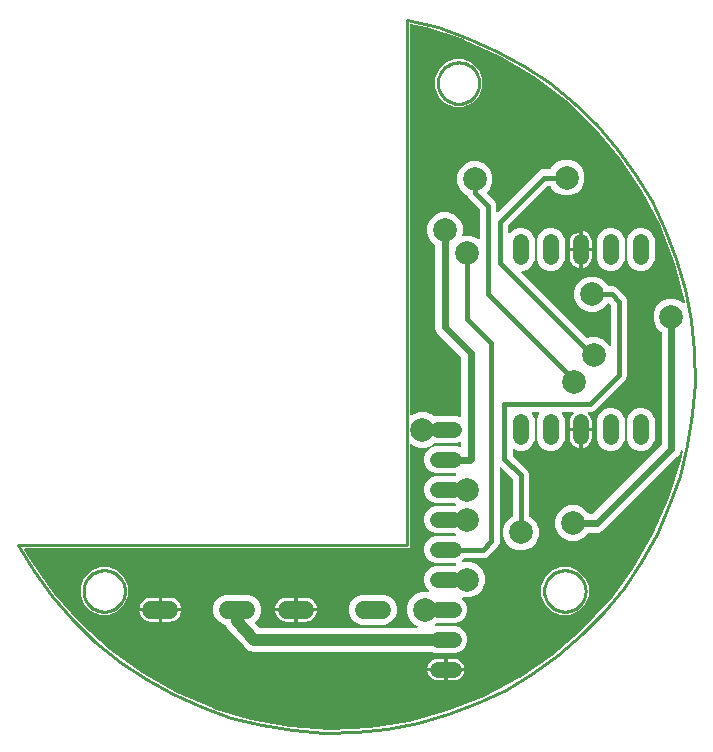
<source format=gbr>
G04 EAGLE Gerber RS-274X export*
G75*
%MOMM*%
%FSLAX34Y34*%
%LPD*%
%INTop Copper*%
%IPPOS*%
%AMOC8*
5,1,8,0,0,1.08239X$1,22.5*%
G01*
%ADD10C,1.524000*%
%ADD11C,1.320800*%
%ADD12C,2.000000*%
%ADD13C,0.609600*%
%ADD14C,0.381000*%
%ADD15C,1.016000*%
%ADD16C,0.254000*%

G36*
X354762Y14010D02*
X354762Y14010D01*
X354790Y14015D01*
X354846Y14018D01*
X388025Y19181D01*
X388053Y19190D01*
X388108Y19199D01*
X420507Y28017D01*
X420533Y28029D01*
X420588Y28044D01*
X451807Y40407D01*
X451831Y40422D01*
X451883Y40443D01*
X481535Y56199D01*
X481558Y56217D01*
X481607Y56243D01*
X509324Y75197D01*
X509345Y75217D01*
X509392Y75249D01*
X534831Y97165D01*
X534849Y97187D01*
X534892Y97224D01*
X557738Y121831D01*
X557754Y121855D01*
X557792Y121897D01*
X577762Y148891D01*
X577775Y148916D01*
X577809Y148961D01*
X594655Y178007D01*
X594666Y178034D01*
X594694Y178083D01*
X608208Y208821D01*
X608216Y208849D01*
X608238Y208900D01*
X618253Y240950D01*
X618257Y240978D01*
X618274Y241032D01*
X619651Y248134D01*
X619653Y248182D01*
X619663Y248227D01*
X619656Y248304D01*
X619659Y248380D01*
X619645Y248425D01*
X619640Y248472D01*
X619609Y248542D01*
X619587Y248616D01*
X619560Y248654D01*
X619540Y248697D01*
X619489Y248753D01*
X619444Y248816D01*
X619406Y248843D01*
X619374Y248878D01*
X619307Y248915D01*
X619245Y248960D01*
X619200Y248974D01*
X619158Y248997D01*
X619083Y249010D01*
X619010Y249033D01*
X618963Y249032D01*
X618916Y249040D01*
X618841Y249029D01*
X618764Y249028D01*
X618720Y249012D01*
X618673Y249005D01*
X618605Y248970D01*
X618533Y248944D01*
X618496Y248915D01*
X618454Y248893D01*
X618400Y248838D01*
X618340Y248791D01*
X618315Y248751D01*
X618282Y248718D01*
X618218Y248602D01*
X618207Y248584D01*
X618204Y248577D01*
X618201Y248571D01*
X617051Y245795D01*
X614658Y243402D01*
X614657Y243402D01*
X554218Y182963D01*
X551825Y180569D01*
X548837Y179331D01*
X540365Y179331D01*
X540250Y179312D01*
X540134Y179295D01*
X540128Y179293D01*
X540122Y179292D01*
X540019Y179237D01*
X539915Y179184D01*
X539910Y179179D01*
X539905Y179176D01*
X539824Y179092D01*
X539742Y179008D01*
X539739Y179002D01*
X539735Y178998D01*
X539728Y178981D01*
X539702Y178934D01*
X535443Y174675D01*
X529900Y172379D01*
X523900Y172379D01*
X518357Y174675D01*
X514115Y178917D01*
X511819Y184460D01*
X511819Y190460D01*
X514115Y196003D01*
X518357Y200245D01*
X523900Y202541D01*
X529900Y202541D01*
X535443Y200245D01*
X539715Y195972D01*
X539723Y195959D01*
X539783Y195859D01*
X539788Y195855D01*
X539791Y195850D01*
X539881Y195775D01*
X539970Y195699D01*
X539976Y195697D01*
X539981Y195693D01*
X540090Y195651D01*
X540198Y195607D01*
X540206Y195606D01*
X540210Y195605D01*
X540229Y195604D01*
X540365Y195589D01*
X543538Y195589D01*
X543628Y195603D01*
X543719Y195611D01*
X543748Y195623D01*
X543780Y195628D01*
X543861Y195671D01*
X543945Y195707D01*
X543977Y195733D01*
X543998Y195744D01*
X544020Y195767D01*
X544076Y195812D01*
X601808Y253544D01*
X601861Y253618D01*
X601921Y253687D01*
X601933Y253718D01*
X601952Y253744D01*
X601979Y253831D01*
X602013Y253916D01*
X602017Y253957D01*
X602024Y253979D01*
X602023Y254011D01*
X602031Y254082D01*
X602031Y348915D01*
X602012Y349030D01*
X601995Y349146D01*
X601993Y349152D01*
X601992Y349158D01*
X601937Y349261D01*
X601884Y349365D01*
X601879Y349370D01*
X601876Y349375D01*
X601792Y349456D01*
X601708Y349538D01*
X601702Y349541D01*
X601698Y349545D01*
X601681Y349552D01*
X601634Y349578D01*
X597375Y353837D01*
X595079Y359380D01*
X595079Y365380D01*
X597375Y370923D01*
X601617Y375165D01*
X607160Y377461D01*
X613160Y377461D01*
X618703Y375165D01*
X620296Y373572D01*
X620298Y373570D01*
X620299Y373568D01*
X620398Y373498D01*
X620495Y373428D01*
X620498Y373427D01*
X620500Y373426D01*
X620615Y373391D01*
X620731Y373356D01*
X620733Y373356D01*
X620735Y373355D01*
X620855Y373359D01*
X620976Y373362D01*
X620979Y373363D01*
X620981Y373363D01*
X621093Y373405D01*
X621207Y373447D01*
X621209Y373448D01*
X621212Y373449D01*
X621305Y373525D01*
X621399Y373600D01*
X621401Y373602D01*
X621403Y373604D01*
X621467Y373706D01*
X621532Y373807D01*
X621533Y373809D01*
X621534Y373812D01*
X621563Y373929D01*
X621593Y374046D01*
X621592Y374048D01*
X621593Y374050D01*
X621588Y374218D01*
X621544Y374518D01*
X621536Y374546D01*
X621528Y374601D01*
X613094Y407103D01*
X613082Y407129D01*
X613068Y407183D01*
X601075Y438546D01*
X601060Y438571D01*
X601040Y438624D01*
X585636Y468460D01*
X585619Y468483D01*
X585593Y468533D01*
X566969Y496472D01*
X566949Y496493D01*
X566918Y496540D01*
X545304Y522237D01*
X545282Y522256D01*
X545246Y522299D01*
X520911Y545434D01*
X520887Y545451D01*
X520846Y545489D01*
X494091Y565778D01*
X494065Y565791D01*
X494020Y565825D01*
X465176Y583015D01*
X465149Y583025D01*
X465101Y583054D01*
X434525Y596931D01*
X434497Y596939D01*
X434446Y596962D01*
X402517Y607356D01*
X402494Y607360D01*
X402456Y607373D01*
X390076Y610288D01*
X389969Y610295D01*
X389863Y610307D01*
X389847Y610304D01*
X389831Y610305D01*
X389727Y610278D01*
X389622Y610255D01*
X389608Y610247D01*
X389593Y610242D01*
X389503Y610184D01*
X389411Y610129D01*
X389401Y610116D01*
X389387Y610108D01*
X389321Y610023D01*
X389251Y609942D01*
X389245Y609927D01*
X389235Y609914D01*
X389199Y609813D01*
X389159Y609713D01*
X389157Y609694D01*
X389153Y609683D01*
X389152Y609652D01*
X389141Y609547D01*
X389141Y279446D01*
X389152Y279375D01*
X389154Y279303D01*
X389172Y279255D01*
X389180Y279203D01*
X389214Y279140D01*
X389239Y279072D01*
X389271Y279032D01*
X389296Y278986D01*
X389348Y278936D01*
X389392Y278880D01*
X389436Y278852D01*
X389474Y278816D01*
X389539Y278786D01*
X389599Y278747D01*
X389650Y278735D01*
X389697Y278713D01*
X389768Y278705D01*
X389838Y278687D01*
X389890Y278691D01*
X389941Y278686D01*
X390012Y278701D01*
X390083Y278707D01*
X390131Y278727D01*
X390182Y278738D01*
X390243Y278775D01*
X390309Y278803D01*
X390365Y278848D01*
X390393Y278864D01*
X390408Y278882D01*
X390440Y278908D01*
X390897Y279365D01*
X396440Y281661D01*
X402440Y281661D01*
X407983Y279365D01*
X408957Y278390D01*
X409052Y278322D01*
X409146Y278252D01*
X409152Y278250D01*
X409157Y278247D01*
X409268Y278212D01*
X409380Y278176D01*
X409386Y278176D01*
X409392Y278174D01*
X409509Y278177D01*
X409626Y278179D01*
X409633Y278181D01*
X409638Y278181D01*
X409655Y278187D01*
X409787Y278225D01*
X410172Y278385D01*
X428028Y278385D01*
X431299Y277030D01*
X431343Y277020D01*
X431385Y277000D01*
X431462Y276992D01*
X431538Y276974D01*
X431584Y276978D01*
X431629Y276973D01*
X431706Y276990D01*
X431783Y276997D01*
X431825Y277016D01*
X431870Y277025D01*
X431937Y277065D01*
X432008Y277097D01*
X432042Y277128D01*
X432081Y277152D01*
X432132Y277211D01*
X432189Y277263D01*
X432211Y277304D01*
X432241Y277338D01*
X432270Y277411D01*
X432307Y277479D01*
X432316Y277524D01*
X432333Y277567D01*
X432348Y277703D01*
X432351Y277721D01*
X432350Y277726D01*
X432351Y277733D01*
X432351Y327658D01*
X432337Y327748D01*
X432329Y327839D01*
X432317Y327868D01*
X432312Y327900D01*
X432269Y327981D01*
X432233Y328065D01*
X432207Y328097D01*
X432196Y328118D01*
X432173Y328140D01*
X432128Y328196D01*
X411519Y348805D01*
X410281Y351793D01*
X410281Y422495D01*
X410262Y422610D01*
X410245Y422726D01*
X410243Y422732D01*
X410242Y422738D01*
X410187Y422841D01*
X410134Y422945D01*
X410129Y422950D01*
X410126Y422955D01*
X410042Y423036D01*
X409958Y423118D01*
X409952Y423121D01*
X409948Y423125D01*
X409931Y423132D01*
X409884Y423158D01*
X405625Y427417D01*
X403329Y432960D01*
X403329Y438960D01*
X405625Y444503D01*
X409867Y448745D01*
X415410Y451041D01*
X421410Y451041D01*
X426953Y448745D01*
X431195Y444503D01*
X433491Y438960D01*
X433491Y432960D01*
X432993Y431760D01*
X432977Y431690D01*
X432951Y431623D01*
X432949Y431571D01*
X432937Y431520D01*
X432944Y431449D01*
X432941Y431377D01*
X432956Y431327D01*
X432960Y431275D01*
X432990Y431210D01*
X433010Y431141D01*
X433039Y431098D01*
X433060Y431051D01*
X433109Y430998D01*
X433150Y430939D01*
X433191Y430908D01*
X433227Y430870D01*
X433290Y430835D01*
X433347Y430792D01*
X433397Y430776D01*
X433442Y430751D01*
X433513Y430738D01*
X433581Y430716D01*
X433633Y430717D01*
X433684Y430707D01*
X433755Y430718D01*
X433827Y430718D01*
X433896Y430738D01*
X433928Y430743D01*
X433949Y430754D01*
X433988Y430765D01*
X434460Y430961D01*
X440460Y430961D01*
X446003Y428665D01*
X446715Y427953D01*
X446773Y427911D01*
X446825Y427861D01*
X446872Y427839D01*
X446914Y427809D01*
X446983Y427788D01*
X447048Y427758D01*
X447100Y427752D01*
X447150Y427737D01*
X447221Y427739D01*
X447292Y427731D01*
X447343Y427742D01*
X447395Y427743D01*
X447463Y427768D01*
X447533Y427783D01*
X447578Y427810D01*
X447626Y427828D01*
X447682Y427872D01*
X447744Y427909D01*
X447778Y427949D01*
X447818Y427981D01*
X447857Y428042D01*
X447904Y428096D01*
X447923Y428144D01*
X447951Y428188D01*
X447969Y428258D01*
X447996Y428324D01*
X448004Y428395D01*
X448012Y428427D01*
X448010Y428450D01*
X448014Y428491D01*
X448014Y452741D01*
X448000Y452831D01*
X447992Y452922D01*
X447980Y452952D01*
X447975Y452984D01*
X447932Y453065D01*
X447896Y453148D01*
X447870Y453181D01*
X447859Y453201D01*
X447836Y453223D01*
X447791Y453279D01*
X437648Y463423D01*
X437010Y464963D01*
X436962Y465040D01*
X436921Y465122D01*
X436897Y465144D01*
X436880Y465172D01*
X436810Y465230D01*
X436745Y465294D01*
X436709Y465314D01*
X436691Y465329D01*
X436661Y465340D01*
X436598Y465375D01*
X435027Y466025D01*
X430785Y470267D01*
X428489Y475810D01*
X428489Y481810D01*
X430785Y487353D01*
X435027Y491595D01*
X440570Y493891D01*
X446570Y493891D01*
X452113Y491595D01*
X456355Y487353D01*
X458651Y481810D01*
X458651Y475810D01*
X456355Y470267D01*
X453997Y467909D01*
X453985Y467893D01*
X453969Y467881D01*
X453913Y467793D01*
X453853Y467709D01*
X453847Y467691D01*
X453836Y467674D01*
X453811Y467573D01*
X453781Y467474D01*
X453781Y467454D01*
X453776Y467435D01*
X453784Y467332D01*
X453787Y467229D01*
X453794Y467210D01*
X453796Y467190D01*
X453836Y467095D01*
X453872Y466998D01*
X453884Y466982D01*
X453892Y466964D01*
X453997Y466833D01*
X460922Y459907D01*
X461986Y457340D01*
X461986Y451403D01*
X461997Y451332D01*
X461999Y451260D01*
X462017Y451211D01*
X462025Y451160D01*
X462059Y451097D01*
X462084Y451029D01*
X462116Y450989D01*
X462141Y450943D01*
X462193Y450893D01*
X462237Y450837D01*
X462281Y450809D01*
X462319Y450773D01*
X462384Y450743D01*
X462444Y450704D01*
X462495Y450692D01*
X462542Y450670D01*
X462613Y450662D01*
X462683Y450644D01*
X462735Y450648D01*
X462786Y450643D01*
X462857Y450658D01*
X462928Y450663D01*
X462976Y450684D01*
X463027Y450695D01*
X463088Y450732D01*
X463154Y450760D01*
X463210Y450805D01*
X463238Y450821D01*
X463253Y450839D01*
X463285Y450865D01*
X498423Y486002D01*
X500990Y487066D01*
X507492Y487066D01*
X507606Y487085D01*
X507723Y487102D01*
X507728Y487104D01*
X507734Y487105D01*
X507837Y487160D01*
X507942Y487213D01*
X507946Y487218D01*
X507952Y487221D01*
X508032Y487305D01*
X508114Y487389D01*
X508118Y487395D01*
X508121Y487399D01*
X508129Y487416D01*
X508195Y487536D01*
X508645Y488623D01*
X512887Y492865D01*
X518430Y495161D01*
X524430Y495161D01*
X529973Y492865D01*
X534215Y488623D01*
X536511Y483080D01*
X536511Y477080D01*
X534215Y471537D01*
X529973Y467295D01*
X524430Y464999D01*
X518430Y464999D01*
X512887Y467295D01*
X508645Y471537D01*
X508195Y472624D01*
X508133Y472724D01*
X508073Y472824D01*
X508069Y472828D01*
X508065Y472833D01*
X507975Y472908D01*
X507887Y472984D01*
X507881Y472986D01*
X507876Y472990D01*
X507767Y473032D01*
X507658Y473076D01*
X507651Y473077D01*
X507646Y473078D01*
X507628Y473079D01*
X507492Y473094D01*
X505589Y473094D01*
X505499Y473080D01*
X505408Y473072D01*
X505378Y473060D01*
X505346Y473055D01*
X505265Y473012D01*
X505182Y472976D01*
X505149Y472950D01*
X505129Y472939D01*
X505107Y472916D01*
X505051Y472871D01*
X472209Y440029D01*
X472156Y439955D01*
X472096Y439886D01*
X472084Y439856D01*
X472065Y439830D01*
X472038Y439743D01*
X472004Y439658D01*
X472000Y439617D01*
X471993Y439595D01*
X471994Y439562D01*
X471986Y439491D01*
X471986Y433452D01*
X471997Y433382D01*
X471999Y433310D01*
X472017Y433261D01*
X472025Y433209D01*
X472059Y433146D01*
X472084Y433079D01*
X472116Y433038D01*
X472141Y432992D01*
X472193Y432943D01*
X472237Y432887D01*
X472281Y432859D01*
X472319Y432823D01*
X472384Y432793D01*
X472444Y432754D01*
X472495Y432741D01*
X472542Y432719D01*
X472613Y432711D01*
X472683Y432694D01*
X472735Y432698D01*
X472786Y432692D01*
X472857Y432707D01*
X472928Y432713D01*
X472976Y432733D01*
X473027Y432744D01*
X473088Y432781D01*
X473154Y432809D01*
X473210Y432854D01*
X473238Y432870D01*
X473253Y432888D01*
X473285Y432914D01*
X475981Y435610D01*
X480276Y437389D01*
X484924Y437389D01*
X489219Y435610D01*
X492506Y432323D01*
X494285Y428028D01*
X494285Y410172D01*
X492506Y405877D01*
X489219Y402590D01*
X484924Y400811D01*
X483926Y400811D01*
X483855Y400800D01*
X483783Y400798D01*
X483734Y400780D01*
X483683Y400772D01*
X483620Y400738D01*
X483552Y400713D01*
X483512Y400681D01*
X483466Y400656D01*
X483416Y400605D01*
X483360Y400560D01*
X483332Y400516D01*
X483296Y400478D01*
X483266Y400413D01*
X483227Y400353D01*
X483215Y400302D01*
X483193Y400255D01*
X483185Y400184D01*
X483167Y400114D01*
X483171Y400062D01*
X483166Y400011D01*
X483181Y399940D01*
X483186Y399869D01*
X483207Y399821D01*
X483218Y399770D01*
X483255Y399709D01*
X483283Y399643D01*
X483328Y399587D01*
X483344Y399559D01*
X483352Y399553D01*
X483353Y399550D01*
X483365Y399540D01*
X483388Y399512D01*
X538716Y344184D01*
X538810Y344116D01*
X538904Y344046D01*
X538910Y344044D01*
X538915Y344040D01*
X539026Y344006D01*
X539138Y343969D01*
X539145Y343970D01*
X539151Y343968D01*
X539267Y343971D01*
X539384Y343972D01*
X539391Y343974D01*
X539396Y343974D01*
X539414Y343980D01*
X539545Y344019D01*
X541530Y344841D01*
X547530Y344841D01*
X553073Y342545D01*
X557315Y338303D01*
X557430Y338025D01*
X557481Y337942D01*
X557527Y337856D01*
X557546Y337838D01*
X557559Y337816D01*
X557634Y337754D01*
X557705Y337687D01*
X557729Y337676D01*
X557749Y337659D01*
X557840Y337624D01*
X557928Y337583D01*
X557954Y337580D01*
X557978Y337571D01*
X558076Y337567D01*
X558172Y337556D01*
X558198Y337562D01*
X558224Y337561D01*
X558318Y337588D01*
X558413Y337609D01*
X558435Y337622D01*
X558460Y337629D01*
X558540Y337685D01*
X558624Y337735D01*
X558641Y337755D01*
X558662Y337769D01*
X558721Y337848D01*
X558784Y337922D01*
X558794Y337946D01*
X558809Y337967D01*
X558839Y338059D01*
X558876Y338150D01*
X558879Y338182D01*
X558885Y338201D01*
X558885Y338234D01*
X558894Y338316D01*
X558894Y371631D01*
X558880Y371721D01*
X558872Y371812D01*
X558860Y371842D01*
X558855Y371874D01*
X558812Y371955D01*
X558776Y372038D01*
X558750Y372071D01*
X558739Y372091D01*
X558716Y372113D01*
X558671Y372169D01*
X557310Y373531D01*
X557273Y373557D01*
X557242Y373591D01*
X557173Y373629D01*
X557110Y373674D01*
X557066Y373688D01*
X557026Y373710D01*
X556949Y373724D01*
X556875Y373747D01*
X556829Y373745D01*
X556784Y373754D01*
X556707Y373742D01*
X556629Y373740D01*
X556586Y373724D01*
X556541Y373718D01*
X556471Y373683D01*
X556398Y373656D01*
X556362Y373627D01*
X556322Y373606D01*
X556267Y373551D01*
X556206Y373502D01*
X556181Y373463D01*
X556149Y373431D01*
X556083Y373311D01*
X556073Y373295D01*
X556072Y373290D01*
X556068Y373284D01*
X555805Y372647D01*
X551563Y368405D01*
X546020Y366109D01*
X540020Y366109D01*
X534477Y368405D01*
X530235Y372647D01*
X527939Y378190D01*
X527939Y384190D01*
X530235Y389733D01*
X534477Y393975D01*
X540020Y396271D01*
X546020Y396271D01*
X551563Y393975D01*
X555805Y389733D01*
X556255Y388646D01*
X556317Y388546D01*
X556377Y388446D01*
X556381Y388442D01*
X556385Y388437D01*
X556475Y388362D01*
X556563Y388286D01*
X556569Y388284D01*
X556574Y388280D01*
X556683Y388238D01*
X556792Y388194D01*
X556799Y388193D01*
X556804Y388192D01*
X556822Y388191D01*
X556958Y388176D01*
X560920Y388176D01*
X563487Y387112D01*
X569730Y380869D01*
X571802Y378797D01*
X572866Y376230D01*
X572866Y311760D01*
X571802Y309193D01*
X544977Y282368D01*
X542410Y281304D01*
X540170Y281304D01*
X540099Y281293D01*
X540028Y281291D01*
X539979Y281273D01*
X539927Y281265D01*
X539864Y281231D01*
X539797Y281206D01*
X539756Y281174D01*
X539710Y281149D01*
X539661Y281097D01*
X539605Y281053D01*
X539577Y281009D01*
X539541Y280971D01*
X539510Y280906D01*
X539472Y280846D01*
X539459Y280795D01*
X539437Y280748D01*
X539429Y280677D01*
X539412Y280607D01*
X539416Y280555D01*
X539410Y280504D01*
X539425Y280433D01*
X539431Y280362D01*
X539451Y280314D01*
X539462Y280263D01*
X539499Y280202D01*
X539527Y280136D01*
X539572Y280080D01*
X539588Y280052D01*
X539604Y280039D01*
X539607Y280034D01*
X539613Y280029D01*
X539632Y280005D01*
X540503Y279134D01*
X541504Y277636D01*
X542193Y275971D01*
X542545Y274205D01*
X542545Y268223D01*
X534162Y268223D01*
X534142Y268220D01*
X534123Y268222D01*
X534021Y268200D01*
X533919Y268183D01*
X533902Y268174D01*
X533882Y268170D01*
X533793Y268117D01*
X533702Y268068D01*
X533688Y268054D01*
X533671Y268044D01*
X533604Y267965D01*
X533533Y267890D01*
X533524Y267872D01*
X533511Y267857D01*
X533473Y267761D01*
X533429Y267667D01*
X533427Y267647D01*
X533419Y267629D01*
X533401Y267462D01*
X533401Y266699D01*
X533399Y266699D01*
X533399Y267462D01*
X533396Y267482D01*
X533398Y267501D01*
X533376Y267603D01*
X533359Y267705D01*
X533350Y267722D01*
X533346Y267742D01*
X533293Y267831D01*
X533244Y267922D01*
X533230Y267936D01*
X533220Y267953D01*
X533141Y268020D01*
X533066Y268091D01*
X533048Y268100D01*
X533033Y268113D01*
X532937Y268152D01*
X532843Y268195D01*
X532823Y268197D01*
X532805Y268205D01*
X532638Y268223D01*
X524255Y268223D01*
X524255Y274205D01*
X524607Y275971D01*
X525296Y277636D01*
X526297Y279134D01*
X527168Y280005D01*
X527210Y280063D01*
X527259Y280115D01*
X527281Y280162D01*
X527312Y280204D01*
X527333Y280273D01*
X527363Y280338D01*
X527369Y280390D01*
X527384Y280440D01*
X527382Y280511D01*
X527390Y280582D01*
X527379Y280633D01*
X527378Y280685D01*
X527353Y280753D01*
X527338Y280823D01*
X527311Y280868D01*
X527293Y280916D01*
X527248Y280972D01*
X527212Y281034D01*
X527172Y281068D01*
X527140Y281108D01*
X527079Y281147D01*
X527025Y281194D01*
X526976Y281213D01*
X526933Y281241D01*
X526863Y281259D01*
X526797Y281286D01*
X526725Y281294D01*
X526694Y281302D01*
X526671Y281300D01*
X526630Y281304D01*
X518362Y281304D01*
X518291Y281293D01*
X518220Y281291D01*
X518171Y281273D01*
X518119Y281265D01*
X518056Y281231D01*
X517989Y281206D01*
X517948Y281174D01*
X517902Y281149D01*
X517853Y281097D01*
X517797Y281053D01*
X517769Y281009D01*
X517733Y280971D01*
X517703Y280906D01*
X517664Y280846D01*
X517651Y280795D01*
X517629Y280748D01*
X517621Y280677D01*
X517604Y280607D01*
X517608Y280555D01*
X517602Y280504D01*
X517617Y280433D01*
X517623Y280362D01*
X517643Y280314D01*
X517654Y280263D01*
X517691Y280202D01*
X517719Y280136D01*
X517764Y280080D01*
X517780Y280052D01*
X517796Y280039D01*
X517799Y280034D01*
X517805Y280029D01*
X517824Y280005D01*
X517906Y279923D01*
X519685Y275628D01*
X519685Y257772D01*
X517906Y253477D01*
X514619Y250190D01*
X510324Y248411D01*
X505676Y248411D01*
X501381Y250190D01*
X498094Y253477D01*
X496315Y257772D01*
X496315Y275628D01*
X498094Y279923D01*
X498176Y280005D01*
X498218Y280063D01*
X498267Y280115D01*
X498289Y280162D01*
X498320Y280204D01*
X498341Y280273D01*
X498371Y280338D01*
X498377Y280390D01*
X498392Y280439D01*
X498390Y280511D01*
X498398Y280582D01*
X498387Y280633D01*
X498386Y280685D01*
X498361Y280753D01*
X498346Y280823D01*
X498319Y280868D01*
X498301Y280916D01*
X498256Y280972D01*
X498220Y281034D01*
X498180Y281068D01*
X498147Y281108D01*
X498087Y281147D01*
X498033Y281194D01*
X497984Y281213D01*
X497941Y281241D01*
X497871Y281259D01*
X497804Y281286D01*
X497733Y281294D01*
X497702Y281302D01*
X497679Y281300D01*
X497638Y281304D01*
X492962Y281304D01*
X492891Y281293D01*
X492820Y281291D01*
X492771Y281273D01*
X492719Y281265D01*
X492656Y281231D01*
X492589Y281206D01*
X492548Y281174D01*
X492502Y281149D01*
X492453Y281097D01*
X492397Y281053D01*
X492369Y281009D01*
X492333Y280971D01*
X492303Y280906D01*
X492264Y280846D01*
X492251Y280795D01*
X492229Y280748D01*
X492221Y280677D01*
X492204Y280607D01*
X492208Y280555D01*
X492202Y280504D01*
X492217Y280433D01*
X492223Y280362D01*
X492243Y280314D01*
X492254Y280263D01*
X492291Y280202D01*
X492319Y280136D01*
X492364Y280080D01*
X492380Y280052D01*
X492396Y280039D01*
X492399Y280034D01*
X492405Y280029D01*
X492424Y280005D01*
X492506Y279923D01*
X494285Y275628D01*
X494285Y257772D01*
X492506Y253477D01*
X489219Y250190D01*
X484924Y248411D01*
X480276Y248411D01*
X476848Y249831D01*
X476804Y249841D01*
X476762Y249861D01*
X476685Y249869D01*
X476609Y249887D01*
X476563Y249883D01*
X476518Y249888D01*
X476441Y249871D01*
X476364Y249864D01*
X476322Y249845D01*
X476277Y249836D01*
X476210Y249796D01*
X476139Y249764D01*
X476105Y249733D01*
X476066Y249709D01*
X476015Y249650D01*
X475958Y249598D01*
X475936Y249557D01*
X475906Y249523D01*
X475877Y249450D01*
X475840Y249382D01*
X475831Y249337D01*
X475814Y249294D01*
X475799Y249158D01*
X475796Y249140D01*
X475797Y249135D01*
X475796Y249128D01*
X475796Y245039D01*
X475810Y244949D01*
X475818Y244858D01*
X475830Y244828D01*
X475835Y244796D01*
X475878Y244715D01*
X475914Y244632D01*
X475940Y244599D01*
X475951Y244579D01*
X475974Y244557D01*
X476019Y244501D01*
X488702Y231817D01*
X489766Y229250D01*
X489766Y193538D01*
X489785Y193424D01*
X489802Y193307D01*
X489804Y193302D01*
X489805Y193296D01*
X489860Y193193D01*
X489913Y193088D01*
X489918Y193084D01*
X489921Y193078D01*
X490005Y192998D01*
X490089Y192916D01*
X490095Y192912D01*
X490099Y192909D01*
X490116Y192901D01*
X490236Y192835D01*
X491323Y192385D01*
X495565Y188143D01*
X497861Y182600D01*
X497861Y176600D01*
X495565Y171057D01*
X491323Y166815D01*
X485780Y164519D01*
X479780Y164519D01*
X474237Y166815D01*
X469995Y171057D01*
X467699Y176600D01*
X467699Y182600D01*
X469995Y188143D01*
X474237Y192385D01*
X475324Y192835D01*
X475424Y192897D01*
X475524Y192957D01*
X475528Y192961D01*
X475533Y192965D01*
X475608Y193055D01*
X475684Y193143D01*
X475686Y193149D01*
X475690Y193154D01*
X475732Y193263D01*
X475776Y193372D01*
X475777Y193379D01*
X475778Y193384D01*
X475779Y193402D01*
X475794Y193538D01*
X475794Y224651D01*
X475780Y224741D01*
X475772Y224832D01*
X475760Y224862D01*
X475755Y224894D01*
X475712Y224975D01*
X475676Y225058D01*
X475650Y225091D01*
X475639Y225111D01*
X475616Y225133D01*
X475571Y225189D01*
X466065Y234695D01*
X466007Y234737D01*
X465955Y234787D01*
X465908Y234809D01*
X465866Y234839D01*
X465797Y234860D01*
X465732Y234890D01*
X465680Y234896D01*
X465630Y234911D01*
X465559Y234909D01*
X465488Y234917D01*
X465437Y234906D01*
X465385Y234905D01*
X465317Y234880D01*
X465247Y234865D01*
X465202Y234838D01*
X465154Y234821D01*
X465098Y234776D01*
X465036Y234739D01*
X465002Y234699D01*
X464962Y234667D01*
X464923Y234607D01*
X464876Y234552D01*
X464857Y234504D01*
X464829Y234460D01*
X464811Y234390D01*
X464784Y234324D01*
X464776Y234253D01*
X464768Y234221D01*
X464770Y234198D01*
X464766Y234157D01*
X464766Y170640D01*
X463702Y168073D01*
X454807Y159178D01*
X452240Y158114D01*
X435558Y158114D01*
X435468Y158100D01*
X435377Y158092D01*
X435347Y158080D01*
X435316Y158075D01*
X435235Y158032D01*
X435151Y157996D01*
X435119Y157970D01*
X435098Y157959D01*
X435076Y157936D01*
X435020Y157891D01*
X433209Y156080D01*
X433167Y156022D01*
X433118Y155970D01*
X433096Y155923D01*
X433065Y155881D01*
X433044Y155812D01*
X433014Y155747D01*
X433008Y155695D01*
X432993Y155645D01*
X432995Y155574D01*
X432987Y155503D01*
X432998Y155452D01*
X432999Y155400D01*
X433024Y155332D01*
X433039Y155262D01*
X433066Y155218D01*
X433084Y155169D01*
X433129Y155113D01*
X433165Y155051D01*
X433205Y155017D01*
X433238Y154977D01*
X433298Y154938D01*
X433352Y154891D01*
X433401Y154872D01*
X433444Y154844D01*
X433514Y154826D01*
X433581Y154799D01*
X433652Y154791D01*
X433683Y154783D01*
X433706Y154785D01*
X433747Y154781D01*
X439880Y154781D01*
X445423Y152485D01*
X449665Y148243D01*
X451961Y142700D01*
X451961Y136700D01*
X449665Y131157D01*
X445423Y126915D01*
X439880Y124619D01*
X433747Y124619D01*
X433677Y124608D01*
X433605Y124606D01*
X433556Y124588D01*
X433504Y124580D01*
X433441Y124546D01*
X433374Y124521D01*
X433333Y124489D01*
X433287Y124464D01*
X433238Y124412D01*
X433182Y124368D01*
X433154Y124324D01*
X433118Y124286D01*
X433088Y124221D01*
X433049Y124161D01*
X433036Y124110D01*
X433014Y124063D01*
X433006Y123992D01*
X432989Y123922D01*
X432993Y123870D01*
X432987Y123819D01*
X433002Y123748D01*
X433008Y123677D01*
X433028Y123629D01*
X433039Y123578D01*
X433076Y123517D01*
X433104Y123451D01*
X433149Y123395D01*
X433165Y123367D01*
X433183Y123352D01*
X433209Y123320D01*
X435610Y120919D01*
X437389Y116624D01*
X437389Y111976D01*
X435610Y107681D01*
X432323Y104394D01*
X428028Y102615D01*
X411278Y102615D01*
X411188Y102601D01*
X411097Y102593D01*
X411067Y102581D01*
X411035Y102576D01*
X410955Y102533D01*
X410871Y102497D01*
X410838Y102471D01*
X410818Y102460D01*
X410796Y102437D01*
X410740Y102392D01*
X410232Y101884D01*
X410190Y101826D01*
X410140Y101774D01*
X410118Y101727D01*
X410088Y101685D01*
X410067Y101616D01*
X410037Y101551D01*
X410031Y101499D01*
X410016Y101449D01*
X410018Y101378D01*
X410010Y101307D01*
X410021Y101256D01*
X410022Y101204D01*
X410047Y101136D01*
X410062Y101066D01*
X410089Y101021D01*
X410107Y100973D01*
X410151Y100917D01*
X410188Y100855D01*
X410228Y100821D01*
X410260Y100781D01*
X410320Y100742D01*
X410375Y100695D01*
X410423Y100676D01*
X410467Y100648D01*
X410537Y100630D01*
X410603Y100603D01*
X410675Y100595D01*
X410706Y100587D01*
X410729Y100589D01*
X410770Y100585D01*
X428028Y100585D01*
X432323Y98806D01*
X435610Y95519D01*
X437389Y91224D01*
X437389Y86576D01*
X435610Y82281D01*
X432323Y78994D01*
X428028Y77215D01*
X410172Y77215D01*
X406632Y78681D01*
X406569Y78696D01*
X406508Y78721D01*
X406425Y78730D01*
X406393Y78737D01*
X406374Y78736D01*
X406341Y78739D01*
X258836Y78739D01*
X258786Y78731D01*
X258734Y78732D01*
X258619Y78704D01*
X258593Y78700D01*
X258585Y78695D01*
X258572Y78692D01*
X258512Y78670D01*
X256700Y78739D01*
X256688Y78737D01*
X256671Y78739D01*
X254858Y78739D01*
X254799Y78764D01*
X254749Y78775D01*
X254702Y78796D01*
X254585Y78814D01*
X254559Y78820D01*
X254550Y78819D01*
X254536Y78821D01*
X254473Y78824D01*
X252825Y79581D01*
X252814Y79584D01*
X252798Y79592D01*
X251123Y80286D01*
X251078Y80331D01*
X251036Y80361D01*
X251001Y80398D01*
X250900Y80459D01*
X250878Y80475D01*
X250870Y80478D01*
X250858Y80485D01*
X250799Y80511D01*
X249567Y81841D01*
X249558Y81848D01*
X249547Y81862D01*
X248265Y83144D01*
X248240Y83203D01*
X248214Y83247D01*
X248195Y83295D01*
X248125Y83390D01*
X248111Y83412D01*
X248104Y83418D01*
X248096Y83430D01*
X235201Y97346D01*
X235192Y97353D01*
X235180Y97367D01*
X233898Y98649D01*
X233874Y98708D01*
X233847Y98751D01*
X233829Y98799D01*
X233758Y98894D01*
X233744Y98917D01*
X233737Y98923D01*
X233729Y98934D01*
X233685Y98981D01*
X233056Y100681D01*
X233050Y100691D01*
X233045Y100708D01*
X232861Y101153D01*
X232813Y101230D01*
X232772Y101312D01*
X232748Y101334D01*
X232731Y101362D01*
X232661Y101420D01*
X232596Y101484D01*
X232560Y101504D01*
X232542Y101519D01*
X232512Y101530D01*
X232449Y101565D01*
X227698Y103533D01*
X224125Y107106D01*
X222191Y111774D01*
X222191Y116826D01*
X224125Y121494D01*
X227698Y125067D01*
X232366Y127001D01*
X252658Y127001D01*
X257326Y125067D01*
X260899Y121494D01*
X262833Y116826D01*
X262833Y111774D01*
X260899Y107106D01*
X257764Y103971D01*
X257761Y103967D01*
X257757Y103963D01*
X257689Y103866D01*
X257621Y103771D01*
X257619Y103766D01*
X257616Y103762D01*
X257583Y103649D01*
X257548Y103536D01*
X257549Y103531D01*
X257547Y103526D01*
X257552Y103408D01*
X257555Y103290D01*
X257557Y103285D01*
X257557Y103280D01*
X257599Y103170D01*
X257639Y103059D01*
X257643Y103055D01*
X257645Y103050D01*
X257744Y102915D01*
X261090Y99305D01*
X261173Y99240D01*
X261253Y99171D01*
X261270Y99164D01*
X261284Y99154D01*
X261383Y99119D01*
X261482Y99079D01*
X261503Y99077D01*
X261516Y99072D01*
X261547Y99072D01*
X261648Y99061D01*
X394876Y99061D01*
X394972Y99076D01*
X395069Y99086D01*
X395093Y99096D01*
X395119Y99100D01*
X395205Y99146D01*
X395294Y99186D01*
X395313Y99203D01*
X395336Y99216D01*
X395403Y99286D01*
X395475Y99352D01*
X395487Y99375D01*
X395505Y99394D01*
X395546Y99482D01*
X395593Y99568D01*
X395598Y99593D01*
X395609Y99617D01*
X395620Y99714D01*
X395637Y99810D01*
X395633Y99836D01*
X395636Y99861D01*
X395615Y99957D01*
X395601Y100053D01*
X395589Y100076D01*
X395584Y100102D01*
X395534Y100185D01*
X395490Y100272D01*
X395471Y100291D01*
X395458Y100313D01*
X395384Y100376D01*
X395314Y100444D01*
X395286Y100460D01*
X395271Y100473D01*
X395240Y100485D01*
X395167Y100525D01*
X392777Y101515D01*
X388535Y105757D01*
X386239Y111300D01*
X386239Y117300D01*
X388535Y122843D01*
X392777Y127085D01*
X398320Y129381D01*
X404453Y129381D01*
X404523Y129392D01*
X404595Y129394D01*
X404644Y129412D01*
X404696Y129420D01*
X404759Y129454D01*
X404826Y129479D01*
X404867Y129511D01*
X404913Y129536D01*
X404962Y129588D01*
X405018Y129632D01*
X405046Y129676D01*
X405082Y129714D01*
X405112Y129779D01*
X405151Y129839D01*
X405164Y129890D01*
X405186Y129937D01*
X405194Y130008D01*
X405211Y130078D01*
X405207Y130130D01*
X405213Y130181D01*
X405198Y130252D01*
X405192Y130323D01*
X405172Y130371D01*
X405161Y130422D01*
X405124Y130483D01*
X405096Y130549D01*
X405051Y130605D01*
X405035Y130633D01*
X405017Y130648D01*
X404991Y130680D01*
X402590Y133081D01*
X400811Y137376D01*
X400811Y142024D01*
X402590Y146319D01*
X405877Y149606D01*
X410172Y151385D01*
X426922Y151385D01*
X427012Y151399D01*
X427103Y151407D01*
X427133Y151419D01*
X427165Y151424D01*
X427245Y151467D01*
X427329Y151503D01*
X427362Y151529D01*
X427382Y151540D01*
X427404Y151563D01*
X427460Y151608D01*
X427968Y152116D01*
X428010Y152174D01*
X428060Y152226D01*
X428082Y152273D01*
X428112Y152315D01*
X428133Y152384D01*
X428163Y152449D01*
X428169Y152501D01*
X428184Y152551D01*
X428182Y152622D01*
X428190Y152693D01*
X428179Y152744D01*
X428178Y152796D01*
X428153Y152864D01*
X428138Y152934D01*
X428111Y152979D01*
X428093Y153027D01*
X428049Y153083D01*
X428012Y153145D01*
X427972Y153179D01*
X427940Y153219D01*
X427880Y153258D01*
X427825Y153305D01*
X427777Y153324D01*
X427733Y153352D01*
X427663Y153370D01*
X427597Y153397D01*
X427525Y153405D01*
X427494Y153413D01*
X427471Y153411D01*
X427430Y153415D01*
X410172Y153415D01*
X405877Y155194D01*
X402590Y158481D01*
X400811Y162776D01*
X400811Y167424D01*
X402590Y171719D01*
X405877Y175006D01*
X410172Y176785D01*
X427430Y176785D01*
X427501Y176796D01*
X427573Y176798D01*
X427621Y176816D01*
X427673Y176824D01*
X427736Y176858D01*
X427804Y176883D01*
X427844Y176915D01*
X427890Y176940D01*
X427940Y176992D01*
X427996Y177036D01*
X428024Y177080D01*
X428060Y177118D01*
X428090Y177183D01*
X428129Y177243D01*
X428141Y177294D01*
X428163Y177341D01*
X428171Y177412D01*
X428189Y177482D01*
X428185Y177534D01*
X428190Y177585D01*
X428175Y177656D01*
X428169Y177727D01*
X428149Y177775D01*
X428138Y177826D01*
X428101Y177887D01*
X428073Y177953D01*
X428028Y178009D01*
X428012Y178037D01*
X427994Y178052D01*
X427968Y178084D01*
X427460Y178592D01*
X427386Y178646D01*
X427317Y178705D01*
X427287Y178717D01*
X427261Y178736D01*
X427173Y178763D01*
X427089Y178797D01*
X427048Y178801D01*
X427025Y178808D01*
X426993Y178807D01*
X426922Y178815D01*
X410172Y178815D01*
X405877Y180594D01*
X402590Y183881D01*
X400811Y188176D01*
X400811Y192824D01*
X402590Y197119D01*
X405877Y200406D01*
X410172Y202185D01*
X426922Y202185D01*
X427012Y202199D01*
X427103Y202207D01*
X427133Y202219D01*
X427165Y202224D01*
X427245Y202267D01*
X427329Y202303D01*
X427361Y202329D01*
X427382Y202340D01*
X427404Y202363D01*
X427460Y202408D01*
X427714Y202662D01*
X427726Y202678D01*
X427742Y202690D01*
X427797Y202777D01*
X427858Y202861D01*
X427864Y202880D01*
X427875Y202897D01*
X427900Y202998D01*
X427930Y203096D01*
X427930Y203116D01*
X427935Y203136D01*
X427927Y203239D01*
X427924Y203342D01*
X427917Y203361D01*
X427915Y203381D01*
X427875Y203476D01*
X427839Y203573D01*
X427827Y203589D01*
X427819Y203607D01*
X427714Y203738D01*
X427460Y203992D01*
X427386Y204045D01*
X427317Y204105D01*
X427287Y204117D01*
X427261Y204136D01*
X427174Y204163D01*
X427089Y204197D01*
X427048Y204201D01*
X427025Y204208D01*
X426993Y204207D01*
X426922Y204215D01*
X410172Y204215D01*
X405877Y205994D01*
X402590Y209281D01*
X400811Y213576D01*
X400811Y218224D01*
X402590Y222519D01*
X405877Y225806D01*
X410172Y227585D01*
X426922Y227585D01*
X427012Y227599D01*
X427103Y227607D01*
X427133Y227619D01*
X427165Y227624D01*
X427245Y227667D01*
X427329Y227703D01*
X427362Y227729D01*
X427382Y227740D01*
X427404Y227763D01*
X427460Y227808D01*
X427968Y228316D01*
X428010Y228374D01*
X428060Y228426D01*
X428082Y228473D01*
X428112Y228515D01*
X428133Y228584D01*
X428163Y228649D01*
X428169Y228701D01*
X428184Y228751D01*
X428182Y228822D01*
X428190Y228893D01*
X428179Y228944D01*
X428178Y228996D01*
X428153Y229064D01*
X428138Y229134D01*
X428111Y229179D01*
X428093Y229227D01*
X428049Y229283D01*
X428012Y229345D01*
X427972Y229379D01*
X427940Y229419D01*
X427880Y229458D01*
X427825Y229505D01*
X427777Y229524D01*
X427733Y229552D01*
X427663Y229570D01*
X427597Y229597D01*
X427525Y229605D01*
X427494Y229613D01*
X427471Y229611D01*
X427430Y229615D01*
X410172Y229615D01*
X405877Y231394D01*
X402590Y234681D01*
X400811Y238976D01*
X400811Y243624D01*
X402590Y247919D01*
X405877Y251206D01*
X410172Y252985D01*
X428028Y252985D01*
X431299Y251630D01*
X431343Y251620D01*
X431385Y251600D01*
X431462Y251592D01*
X431538Y251574D01*
X431584Y251578D01*
X431629Y251573D01*
X431706Y251590D01*
X431783Y251597D01*
X431825Y251616D01*
X431870Y251625D01*
X431937Y251665D01*
X432008Y251697D01*
X432042Y251728D01*
X432081Y251752D01*
X432132Y251811D01*
X432189Y251863D01*
X432211Y251904D01*
X432241Y251938D01*
X432270Y252011D01*
X432307Y252079D01*
X432316Y252124D01*
X432333Y252167D01*
X432348Y252303D01*
X432351Y252321D01*
X432350Y252326D01*
X432351Y252333D01*
X432351Y255667D01*
X432344Y255712D01*
X432346Y255758D01*
X432324Y255833D01*
X432312Y255909D01*
X432290Y255950D01*
X432277Y255994D01*
X432233Y256058D01*
X432196Y256127D01*
X432163Y256158D01*
X432137Y256196D01*
X432074Y256243D01*
X432018Y256296D01*
X431976Y256315D01*
X431940Y256343D01*
X431866Y256367D01*
X431795Y256400D01*
X431749Y256405D01*
X431706Y256419D01*
X431628Y256418D01*
X431551Y256427D01*
X431506Y256417D01*
X431460Y256417D01*
X431328Y256379D01*
X431310Y256375D01*
X431306Y256372D01*
X431299Y256370D01*
X428028Y255015D01*
X410172Y255015D01*
X409956Y255104D01*
X409843Y255131D01*
X409729Y255160D01*
X409723Y255159D01*
X409717Y255161D01*
X409601Y255150D01*
X409484Y255141D01*
X409478Y255138D01*
X409472Y255138D01*
X409365Y255090D01*
X409258Y255044D01*
X409252Y255040D01*
X409247Y255038D01*
X409234Y255025D01*
X409127Y254939D01*
X407983Y253795D01*
X402440Y251499D01*
X396440Y251499D01*
X390897Y253795D01*
X390440Y254252D01*
X390382Y254294D01*
X390330Y254344D01*
X390283Y254366D01*
X390241Y254396D01*
X390172Y254417D01*
X390107Y254447D01*
X390055Y254453D01*
X390005Y254468D01*
X389934Y254466D01*
X389863Y254474D01*
X389812Y254463D01*
X389760Y254462D01*
X389692Y254437D01*
X389622Y254422D01*
X389577Y254395D01*
X389529Y254377D01*
X389473Y254333D01*
X389411Y254296D01*
X389377Y254256D01*
X389337Y254224D01*
X389298Y254164D01*
X389251Y254109D01*
X389232Y254060D01*
X389204Y254017D01*
X389186Y253947D01*
X389159Y253881D01*
X389151Y253809D01*
X389143Y253778D01*
X389145Y253755D01*
X389141Y253714D01*
X389141Y167648D01*
X387652Y166159D01*
X63126Y166159D01*
X63030Y166144D01*
X62933Y166135D01*
X62909Y166124D01*
X62883Y166120D01*
X62797Y166074D01*
X62708Y166035D01*
X62689Y166017D01*
X62666Y166004D01*
X62599Y165934D01*
X62527Y165869D01*
X62514Y165845D01*
X62496Y165826D01*
X62455Y165738D01*
X62408Y165653D01*
X62404Y165627D01*
X62393Y165603D01*
X62382Y165506D01*
X62365Y165411D01*
X62368Y165385D01*
X62365Y165359D01*
X62386Y165264D01*
X62400Y165168D01*
X62414Y165137D01*
X62418Y165118D01*
X62435Y165090D01*
X62468Y165014D01*
X68081Y155393D01*
X68096Y155375D01*
X68115Y155340D01*
X87396Y127849D01*
X87416Y127828D01*
X87449Y127782D01*
X109665Y102605D01*
X109687Y102586D01*
X109724Y102544D01*
X134601Y79991D01*
X134625Y79975D01*
X134666Y79938D01*
X161895Y60289D01*
X161921Y60276D01*
X161966Y60243D01*
X191210Y43741D01*
X191237Y43731D01*
X191286Y43704D01*
X222182Y30554D01*
X222210Y30547D01*
X222261Y30525D01*
X254427Y20890D01*
X254456Y20887D01*
X254510Y20870D01*
X287547Y14869D01*
X287576Y14869D01*
X287631Y14859D01*
X321131Y12566D01*
X321159Y12569D01*
X321215Y12565D01*
X354762Y14010D01*
G37*
%LPC*%
G36*
X426014Y539959D02*
X426014Y539959D01*
X418648Y543010D01*
X413010Y548648D01*
X409959Y556014D01*
X409959Y563986D01*
X413010Y571352D01*
X418648Y576990D01*
X426014Y580041D01*
X433986Y580041D01*
X441352Y576990D01*
X446990Y571352D01*
X450041Y563986D01*
X450041Y556014D01*
X446990Y548648D01*
X441352Y543010D01*
X433986Y539959D01*
X426014Y539959D01*
G37*
%LPD*%
%LPC*%
G36*
X516014Y109959D02*
X516014Y109959D01*
X508648Y113010D01*
X503010Y118648D01*
X499959Y126014D01*
X499959Y133986D01*
X503010Y141352D01*
X508648Y146990D01*
X516014Y150041D01*
X523986Y150041D01*
X531352Y146990D01*
X536990Y141352D01*
X540041Y133986D01*
X540041Y126014D01*
X536990Y118648D01*
X531352Y113010D01*
X523986Y109959D01*
X516014Y109959D01*
G37*
%LPD*%
%LPC*%
G36*
X126014Y109959D02*
X126014Y109959D01*
X118648Y113010D01*
X113010Y118648D01*
X109959Y126014D01*
X109959Y133986D01*
X113010Y141352D01*
X118648Y146990D01*
X126014Y150041D01*
X133986Y150041D01*
X141352Y146990D01*
X146990Y141352D01*
X150041Y133986D01*
X150041Y126014D01*
X146990Y118648D01*
X141352Y113010D01*
X133986Y109959D01*
X126014Y109959D01*
G37*
%LPD*%
%LPC*%
G36*
X347366Y101599D02*
X347366Y101599D01*
X342698Y103533D01*
X339125Y107106D01*
X337191Y111774D01*
X337191Y116826D01*
X339125Y121494D01*
X342698Y125067D01*
X347366Y127001D01*
X367658Y127001D01*
X372326Y125067D01*
X375899Y121494D01*
X377833Y116826D01*
X377833Y111774D01*
X375899Y107106D01*
X372326Y103533D01*
X367658Y101599D01*
X347366Y101599D01*
G37*
%LPD*%
%LPC*%
G36*
X556476Y400811D02*
X556476Y400811D01*
X552181Y402590D01*
X548894Y405877D01*
X547115Y410172D01*
X547115Y428028D01*
X548894Y432323D01*
X552181Y435610D01*
X556476Y437389D01*
X561124Y437389D01*
X565419Y435610D01*
X568706Y432323D01*
X570485Y428028D01*
X570485Y410172D01*
X568706Y405877D01*
X565419Y402590D01*
X561124Y400811D01*
X556476Y400811D01*
G37*
%LPD*%
%LPC*%
G36*
X581876Y400811D02*
X581876Y400811D01*
X577581Y402590D01*
X574294Y405877D01*
X572515Y410172D01*
X572515Y428028D01*
X574294Y432323D01*
X577581Y435610D01*
X581876Y437389D01*
X586524Y437389D01*
X590819Y435610D01*
X594106Y432323D01*
X595885Y428028D01*
X595885Y410172D01*
X594106Y405877D01*
X590819Y402590D01*
X586524Y400811D01*
X581876Y400811D01*
G37*
%LPD*%
%LPC*%
G36*
X505676Y400811D02*
X505676Y400811D01*
X501381Y402590D01*
X498094Y405877D01*
X496315Y410172D01*
X496315Y428028D01*
X498094Y432323D01*
X501381Y435610D01*
X505676Y437389D01*
X510324Y437389D01*
X514619Y435610D01*
X517906Y432323D01*
X519685Y428028D01*
X519685Y410172D01*
X517906Y405877D01*
X514619Y402590D01*
X510324Y400811D01*
X505676Y400811D01*
G37*
%LPD*%
%LPC*%
G36*
X581876Y248411D02*
X581876Y248411D01*
X577581Y250190D01*
X574294Y253477D01*
X572515Y257772D01*
X572515Y275628D01*
X574294Y279923D01*
X577581Y283210D01*
X581876Y284989D01*
X586524Y284989D01*
X590819Y283210D01*
X594106Y279923D01*
X595885Y275628D01*
X595885Y257772D01*
X594106Y253477D01*
X590819Y250190D01*
X586524Y248411D01*
X581876Y248411D01*
G37*
%LPD*%
%LPC*%
G36*
X556476Y248411D02*
X556476Y248411D01*
X552181Y250190D01*
X548894Y253477D01*
X547115Y257772D01*
X547115Y275628D01*
X548894Y279923D01*
X552181Y283210D01*
X556476Y284989D01*
X561124Y284989D01*
X565419Y283210D01*
X568706Y279923D01*
X570485Y275628D01*
X570485Y257772D01*
X568706Y253477D01*
X565419Y250190D01*
X561124Y248411D01*
X556476Y248411D01*
G37*
%LPD*%
%LPC*%
G36*
X179011Y115823D02*
X179011Y115823D01*
X179011Y124461D01*
X185908Y124461D01*
X187487Y124211D01*
X189008Y123716D01*
X190433Y122990D01*
X191727Y122050D01*
X192858Y120919D01*
X193798Y119625D01*
X194524Y118200D01*
X195019Y116679D01*
X195154Y115823D01*
X179011Y115823D01*
G37*
%LPD*%
%LPC*%
G36*
X294011Y115823D02*
X294011Y115823D01*
X294011Y124461D01*
X300908Y124461D01*
X302487Y124211D01*
X304008Y123716D01*
X305433Y122990D01*
X306727Y122050D01*
X307858Y120919D01*
X308798Y119625D01*
X309524Y118200D01*
X310019Y116679D01*
X310154Y115823D01*
X294011Y115823D01*
G37*
%LPD*%
%LPC*%
G36*
X274822Y115823D02*
X274822Y115823D01*
X274957Y116679D01*
X275452Y118200D01*
X276178Y119625D01*
X277118Y120919D01*
X278249Y122050D01*
X279543Y122990D01*
X280968Y123716D01*
X282489Y124211D01*
X284068Y124461D01*
X290965Y124461D01*
X290965Y115823D01*
X274822Y115823D01*
G37*
%LPD*%
%LPC*%
G36*
X159822Y115823D02*
X159822Y115823D01*
X159957Y116679D01*
X160452Y118200D01*
X161178Y119625D01*
X162118Y120919D01*
X163249Y122050D01*
X164543Y122990D01*
X165968Y123716D01*
X167489Y124211D01*
X169068Y124461D01*
X175965Y124461D01*
X175965Y115823D01*
X159822Y115823D01*
G37*
%LPD*%
%LPC*%
G36*
X294011Y104139D02*
X294011Y104139D01*
X294011Y112777D01*
X310154Y112777D01*
X310019Y111921D01*
X309524Y110400D01*
X308798Y108975D01*
X307858Y107681D01*
X306727Y106550D01*
X305433Y105610D01*
X304008Y104884D01*
X302487Y104389D01*
X300908Y104139D01*
X294011Y104139D01*
G37*
%LPD*%
%LPC*%
G36*
X179011Y104139D02*
X179011Y104139D01*
X179011Y112777D01*
X195154Y112777D01*
X195019Y111921D01*
X194524Y110400D01*
X193798Y108975D01*
X192858Y107681D01*
X191727Y106550D01*
X190433Y105610D01*
X189008Y104884D01*
X187487Y104389D01*
X185908Y104139D01*
X179011Y104139D01*
G37*
%LPD*%
%LPC*%
G36*
X284068Y104139D02*
X284068Y104139D01*
X282489Y104389D01*
X280968Y104884D01*
X279543Y105610D01*
X278249Y106550D01*
X277118Y107681D01*
X276178Y108975D01*
X275452Y110400D01*
X274957Y111921D01*
X274822Y112777D01*
X290965Y112777D01*
X290965Y104139D01*
X284068Y104139D01*
G37*
%LPD*%
%LPC*%
G36*
X169068Y104139D02*
X169068Y104139D01*
X167489Y104389D01*
X165968Y104884D01*
X164543Y105610D01*
X163249Y106550D01*
X162118Y107681D01*
X161178Y108975D01*
X160452Y110400D01*
X159957Y111921D01*
X159822Y112777D01*
X175965Y112777D01*
X175965Y104139D01*
X169068Y104139D01*
G37*
%LPD*%
%LPC*%
G36*
X534923Y420623D02*
X534923Y420623D01*
X534923Y434725D01*
X536067Y434497D01*
X537732Y433808D01*
X539230Y432807D01*
X540503Y431534D01*
X541504Y430036D01*
X542193Y428371D01*
X542545Y426605D01*
X542545Y420623D01*
X534923Y420623D01*
G37*
%LPD*%
%LPC*%
G36*
X420623Y65023D02*
X420623Y65023D01*
X420623Y72645D01*
X426605Y72645D01*
X428371Y72293D01*
X430036Y71604D01*
X431534Y70603D01*
X432807Y69330D01*
X433808Y67832D01*
X434497Y66167D01*
X434725Y65023D01*
X420623Y65023D01*
G37*
%LPD*%
%LPC*%
G36*
X534923Y417577D02*
X534923Y417577D01*
X542545Y417577D01*
X542545Y411595D01*
X542193Y409829D01*
X541504Y408164D01*
X540503Y406666D01*
X539230Y405393D01*
X537732Y404392D01*
X536067Y403703D01*
X534923Y403475D01*
X534923Y417577D01*
G37*
%LPD*%
%LPC*%
G36*
X534923Y265177D02*
X534923Y265177D01*
X542545Y265177D01*
X542545Y259195D01*
X542193Y257429D01*
X541504Y255764D01*
X540503Y254266D01*
X539230Y252993D01*
X537732Y251992D01*
X536067Y251303D01*
X534923Y251075D01*
X534923Y265177D01*
G37*
%LPD*%
%LPC*%
G36*
X403475Y65023D02*
X403475Y65023D01*
X403703Y66167D01*
X404392Y67832D01*
X405393Y69330D01*
X406666Y70603D01*
X408164Y71604D01*
X409829Y72293D01*
X411595Y72645D01*
X417577Y72645D01*
X417577Y65023D01*
X403475Y65023D01*
G37*
%LPD*%
%LPC*%
G36*
X524255Y420623D02*
X524255Y420623D01*
X524255Y426605D01*
X524607Y428371D01*
X525296Y430036D01*
X526297Y431534D01*
X527570Y432807D01*
X529068Y433808D01*
X530733Y434497D01*
X531877Y434725D01*
X531877Y420623D01*
X524255Y420623D01*
G37*
%LPD*%
%LPC*%
G36*
X420623Y54355D02*
X420623Y54355D01*
X420623Y61977D01*
X434725Y61977D01*
X434497Y60833D01*
X433808Y59168D01*
X432807Y57670D01*
X431534Y56397D01*
X430036Y55396D01*
X428371Y54707D01*
X426605Y54355D01*
X420623Y54355D01*
G37*
%LPD*%
%LPC*%
G36*
X530733Y403703D02*
X530733Y403703D01*
X529068Y404392D01*
X527570Y405393D01*
X526297Y406666D01*
X525296Y408164D01*
X524607Y409829D01*
X524255Y411595D01*
X524255Y417577D01*
X531877Y417577D01*
X531877Y403475D01*
X530733Y403703D01*
G37*
%LPD*%
%LPC*%
G36*
X530733Y251303D02*
X530733Y251303D01*
X529068Y251992D01*
X527570Y252993D01*
X526297Y254266D01*
X525296Y255764D01*
X524607Y257429D01*
X524255Y259195D01*
X524255Y265177D01*
X531877Y265177D01*
X531877Y251075D01*
X530733Y251303D01*
G37*
%LPD*%
%LPC*%
G36*
X411595Y54355D02*
X411595Y54355D01*
X409829Y54707D01*
X408164Y55396D01*
X406666Y56397D01*
X405393Y57670D01*
X404392Y59168D01*
X403703Y60833D01*
X403475Y61977D01*
X417577Y61977D01*
X417577Y54355D01*
X411595Y54355D01*
G37*
%LPD*%
%LPC*%
G36*
X533399Y419099D02*
X533399Y419099D01*
X533399Y419101D01*
X533401Y419101D01*
X533401Y419099D01*
X533399Y419099D01*
G37*
%LPD*%
%LPC*%
G36*
X292487Y114299D02*
X292487Y114299D01*
X292487Y114301D01*
X292489Y114301D01*
X292489Y114299D01*
X292487Y114299D01*
G37*
%LPD*%
%LPC*%
G36*
X177487Y114299D02*
X177487Y114299D01*
X177487Y114301D01*
X177489Y114301D01*
X177489Y114299D01*
X177487Y114299D01*
G37*
%LPD*%
%LPC*%
G36*
X419099Y63499D02*
X419099Y63499D01*
X419099Y63501D01*
X419101Y63501D01*
X419101Y63499D01*
X419099Y63499D01*
G37*
%LPD*%
D10*
X250132Y114300D02*
X234892Y114300D01*
X185108Y114300D02*
X169868Y114300D01*
D11*
X482600Y260096D02*
X482600Y273304D01*
X508000Y273304D02*
X508000Y260096D01*
X533400Y260096D02*
X533400Y273304D01*
X558800Y273304D02*
X558800Y260096D01*
X584200Y260096D02*
X584200Y273304D01*
X584200Y412496D02*
X584200Y425704D01*
X558800Y425704D02*
X558800Y412496D01*
X533400Y412496D02*
X533400Y425704D01*
X508000Y425704D02*
X508000Y412496D01*
X482600Y412496D02*
X482600Y425704D01*
D10*
X365132Y114300D02*
X349892Y114300D01*
X300108Y114300D02*
X284868Y114300D01*
D11*
X412496Y266700D02*
X425704Y266700D01*
X425704Y241300D02*
X412496Y241300D01*
X412496Y215900D02*
X425704Y215900D01*
X425704Y190500D02*
X412496Y190500D01*
X412496Y165100D02*
X425704Y165100D01*
X425704Y139700D02*
X412496Y139700D01*
X412496Y114300D02*
X425704Y114300D01*
X425704Y88900D02*
X412496Y88900D01*
X412496Y63500D02*
X425704Y63500D01*
D12*
X484280Y546910D03*
X278540Y42720D03*
X528730Y442770D03*
X537620Y238300D03*
D13*
X440480Y331340D02*
X418410Y353410D01*
X418410Y435960D01*
X440480Y331340D02*
X440480Y241820D01*
D12*
X418410Y435960D03*
D13*
X440480Y241820D02*
X439960Y241300D01*
X419100Y241300D01*
D14*
X457780Y339680D02*
X437460Y360000D01*
X437460Y415880D01*
X457780Y339680D02*
X457780Y172030D01*
X450850Y165100D02*
X419100Y165100D01*
X450850Y165100D02*
X457780Y172030D01*
D12*
X437460Y415880D03*
X436880Y190500D03*
D15*
X419100Y190500D01*
D12*
X436880Y215900D03*
D15*
X419100Y215900D01*
D14*
X399440Y266580D02*
X399560Y266700D01*
D15*
X419100Y266700D01*
D12*
X399440Y266580D03*
D14*
X502380Y480080D02*
X521430Y480080D01*
X502380Y480080D02*
X465000Y442700D01*
X465000Y408020D01*
X543260Y329760D02*
X544530Y329760D01*
X543260Y329760D02*
X465000Y408020D01*
D12*
X521430Y480080D03*
X544530Y329760D03*
D13*
X610160Y250400D02*
X547220Y187460D01*
X526900Y187460D01*
X610160Y250400D02*
X610160Y362380D01*
D12*
X526900Y187460D03*
X610160Y362380D03*
D14*
X559530Y381190D02*
X543020Y381190D01*
X559530Y381190D02*
X565880Y374840D01*
D12*
X482780Y179600D03*
X543020Y381190D03*
D14*
X541020Y288290D02*
X468810Y288290D01*
X541020Y288290D02*
X565880Y313150D01*
X482780Y227860D02*
X482780Y179600D01*
X482780Y227860D02*
X468810Y241830D01*
X468810Y288290D01*
X565880Y313150D02*
X565880Y374840D01*
X455000Y381510D02*
X455000Y455950D01*
X443570Y467380D01*
X443570Y478810D01*
X528655Y307855D02*
X528020Y307220D01*
X528655Y307855D02*
X455000Y381510D01*
D12*
X443570Y478810D03*
X528020Y307220D03*
X436880Y139700D03*
D15*
X419100Y139700D01*
D12*
X401320Y114300D03*
D15*
X419100Y114300D01*
X419100Y88900D02*
X256879Y88900D01*
X242512Y104404D01*
X242512Y114300D01*
D16*
X57378Y168700D02*
X70219Y147335D01*
X85801Y125767D01*
X103204Y105639D01*
X122295Y87105D01*
X142929Y70306D01*
X164948Y55368D01*
X188186Y42407D01*
X212464Y31520D01*
X237599Y22791D01*
X263400Y16285D01*
X289669Y12053D01*
X316207Y10126D01*
X342812Y10520D01*
X369281Y13231D01*
X395414Y18239D01*
X421010Y25505D01*
X445876Y34975D01*
X469822Y46575D01*
X492665Y60219D01*
X514233Y75801D01*
X534360Y93204D01*
X552895Y112295D01*
X569694Y132929D01*
X584632Y154948D01*
X597593Y178186D01*
X608480Y202464D01*
X617209Y227600D01*
X623715Y253400D01*
X627947Y279669D01*
X629873Y306207D01*
X629480Y332812D01*
X626769Y359281D01*
X621761Y385414D01*
X614495Y411010D01*
X605025Y435876D01*
X593425Y459822D01*
X579781Y482666D01*
X564199Y504233D01*
X546796Y524361D01*
X527705Y542895D01*
X507071Y559694D01*
X485052Y574632D01*
X461814Y587593D01*
X437535Y598480D01*
X412400Y607210D01*
X386600Y613715D01*
X386600Y168700D01*
X57378Y168700D01*
X147500Y129427D02*
X147425Y128284D01*
X147276Y127148D01*
X147052Y126024D01*
X146755Y124917D01*
X146387Y123832D01*
X145949Y122774D01*
X145442Y121746D01*
X144869Y120754D01*
X144232Y119801D01*
X143535Y118892D01*
X142779Y118031D01*
X141969Y117221D01*
X141108Y116465D01*
X140199Y115768D01*
X139246Y115131D01*
X138254Y114558D01*
X137226Y114051D01*
X136168Y113613D01*
X135083Y113245D01*
X133976Y112948D01*
X132852Y112725D01*
X131716Y112575D01*
X130573Y112500D01*
X129427Y112500D01*
X128284Y112575D01*
X127148Y112725D01*
X126024Y112948D01*
X124917Y113245D01*
X123832Y113613D01*
X122774Y114051D01*
X121746Y114558D01*
X120754Y115131D01*
X119801Y115768D01*
X118892Y116465D01*
X118031Y117221D01*
X117221Y118031D01*
X116465Y118892D01*
X115768Y119801D01*
X115131Y120754D01*
X114558Y121746D01*
X114051Y122774D01*
X113613Y123832D01*
X113245Y124917D01*
X112948Y126024D01*
X112725Y127148D01*
X112575Y128284D01*
X112500Y129427D01*
X112500Y130573D01*
X112575Y131716D01*
X112725Y132852D01*
X112948Y133976D01*
X113245Y135083D01*
X113613Y136168D01*
X114051Y137226D01*
X114558Y138254D01*
X115131Y139246D01*
X115768Y140199D01*
X116465Y141108D01*
X117221Y141969D01*
X118031Y142779D01*
X118892Y143535D01*
X119801Y144232D01*
X120754Y144869D01*
X121746Y145442D01*
X122774Y145949D01*
X123832Y146387D01*
X124917Y146755D01*
X126024Y147052D01*
X127148Y147276D01*
X128284Y147425D01*
X129427Y147500D01*
X130573Y147500D01*
X131716Y147425D01*
X132852Y147276D01*
X133976Y147052D01*
X135083Y146755D01*
X136168Y146387D01*
X137226Y145949D01*
X138254Y145442D01*
X139246Y144869D01*
X140199Y144232D01*
X141108Y143535D01*
X141969Y142779D01*
X142779Y141969D01*
X143535Y141108D01*
X144232Y140199D01*
X144869Y139246D01*
X145442Y138254D01*
X145949Y137226D01*
X146387Y136168D01*
X146755Y135083D01*
X147052Y133976D01*
X147276Y132852D01*
X147425Y131716D01*
X147500Y130573D01*
X147500Y129427D01*
X537500Y129427D02*
X537425Y128284D01*
X537276Y127148D01*
X537052Y126024D01*
X536755Y124917D01*
X536387Y123832D01*
X535949Y122774D01*
X535442Y121746D01*
X534869Y120754D01*
X534232Y119801D01*
X533535Y118892D01*
X532779Y118031D01*
X531969Y117221D01*
X531108Y116465D01*
X530199Y115768D01*
X529246Y115131D01*
X528254Y114558D01*
X527226Y114051D01*
X526168Y113613D01*
X525083Y113245D01*
X523976Y112948D01*
X522852Y112725D01*
X521716Y112575D01*
X520573Y112500D01*
X519427Y112500D01*
X518284Y112575D01*
X517148Y112725D01*
X516024Y112948D01*
X514917Y113245D01*
X513832Y113613D01*
X512774Y114051D01*
X511746Y114558D01*
X510754Y115131D01*
X509801Y115768D01*
X508892Y116465D01*
X508031Y117221D01*
X507221Y118031D01*
X506465Y118892D01*
X505768Y119801D01*
X505131Y120754D01*
X504558Y121746D01*
X504051Y122774D01*
X503613Y123832D01*
X503245Y124917D01*
X502948Y126024D01*
X502725Y127148D01*
X502575Y128284D01*
X502500Y129427D01*
X502500Y130573D01*
X502575Y131716D01*
X502725Y132852D01*
X502948Y133976D01*
X503245Y135083D01*
X503613Y136168D01*
X504051Y137226D01*
X504558Y138254D01*
X505131Y139246D01*
X505768Y140199D01*
X506465Y141108D01*
X507221Y141969D01*
X508031Y142779D01*
X508892Y143535D01*
X509801Y144232D01*
X510754Y144869D01*
X511746Y145442D01*
X512774Y145949D01*
X513832Y146387D01*
X514917Y146755D01*
X516024Y147052D01*
X517148Y147276D01*
X518284Y147425D01*
X519427Y147500D01*
X520573Y147500D01*
X521716Y147425D01*
X522852Y147276D01*
X523976Y147052D01*
X525083Y146755D01*
X526168Y146387D01*
X527226Y145949D01*
X528254Y145442D01*
X529246Y144869D01*
X530199Y144232D01*
X531108Y143535D01*
X531969Y142779D01*
X532779Y141969D01*
X533535Y141108D01*
X534232Y140199D01*
X534869Y139246D01*
X535442Y138254D01*
X535949Y137226D01*
X536387Y136168D01*
X536755Y135083D01*
X537052Y133976D01*
X537276Y132852D01*
X537425Y131716D01*
X537500Y130573D01*
X537500Y129427D01*
X447500Y559427D02*
X447425Y558284D01*
X447276Y557148D01*
X447052Y556024D01*
X446755Y554917D01*
X446387Y553832D01*
X445949Y552774D01*
X445442Y551746D01*
X444869Y550754D01*
X444232Y549801D01*
X443535Y548892D01*
X442779Y548031D01*
X441969Y547221D01*
X441108Y546465D01*
X440199Y545768D01*
X439246Y545131D01*
X438254Y544558D01*
X437226Y544051D01*
X436168Y543613D01*
X435083Y543245D01*
X433976Y542948D01*
X432852Y542725D01*
X431716Y542575D01*
X430573Y542500D01*
X429427Y542500D01*
X428284Y542575D01*
X427148Y542725D01*
X426024Y542948D01*
X424917Y543245D01*
X423832Y543613D01*
X422774Y544051D01*
X421746Y544558D01*
X420754Y545131D01*
X419801Y545768D01*
X418892Y546465D01*
X418031Y547221D01*
X417221Y548031D01*
X416465Y548892D01*
X415768Y549801D01*
X415131Y550754D01*
X414558Y551746D01*
X414051Y552774D01*
X413613Y553832D01*
X413245Y554917D01*
X412948Y556024D01*
X412725Y557148D01*
X412575Y558284D01*
X412500Y559427D01*
X412500Y560573D01*
X412575Y561716D01*
X412725Y562852D01*
X412948Y563976D01*
X413245Y565083D01*
X413613Y566168D01*
X414051Y567226D01*
X414558Y568254D01*
X415131Y569246D01*
X415768Y570199D01*
X416465Y571108D01*
X417221Y571969D01*
X418031Y572779D01*
X418892Y573535D01*
X419801Y574232D01*
X420754Y574869D01*
X421746Y575442D01*
X422774Y575949D01*
X423832Y576387D01*
X424917Y576755D01*
X426024Y577052D01*
X427148Y577276D01*
X428284Y577425D01*
X429427Y577500D01*
X430573Y577500D01*
X431716Y577425D01*
X432852Y577276D01*
X433976Y577052D01*
X435083Y576755D01*
X436168Y576387D01*
X437226Y575949D01*
X438254Y575442D01*
X439246Y574869D01*
X440199Y574232D01*
X441108Y573535D01*
X441969Y572779D01*
X442779Y571969D01*
X443535Y571108D01*
X444232Y570199D01*
X444869Y569246D01*
X445442Y568254D01*
X445949Y567226D01*
X446387Y566168D01*
X446755Y565083D01*
X447052Y563976D01*
X447276Y562852D01*
X447425Y561716D01*
X447500Y560573D01*
X447500Y559427D01*
M02*

</source>
